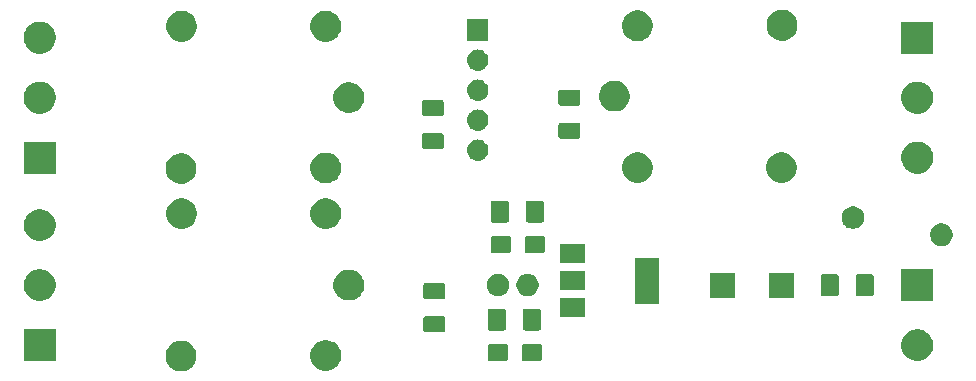
<source format=gbr>
G04 #@! TF.GenerationSoftware,KiCad,Pcbnew,(5.1.2)-2*
G04 #@! TF.CreationDate,2020-09-07T14:07:52+02:00*
G04 #@! TF.ProjectId,KernadouDomoRelay,4b65726e-6164-46f7-9544-6f6d6f52656c,0.1*
G04 #@! TF.SameCoordinates,Original*
G04 #@! TF.FileFunction,Soldermask,Bot*
G04 #@! TF.FilePolarity,Negative*
%FSLAX46Y46*%
G04 Gerber Fmt 4.6, Leading zero omitted, Abs format (unit mm)*
G04 Created by KiCad (PCBNEW (5.1.2)-2) date 2020-09-07 14:07:52*
%MOMM*%
%LPD*%
G04 APERTURE LIST*
%ADD10C,0.100000*%
G04 APERTURE END LIST*
D10*
G36*
X39646487Y-63803996D02*
G01*
X39883253Y-63902068D01*
X39883255Y-63902069D01*
X40096339Y-64044447D01*
X40277553Y-64225661D01*
X40300786Y-64260431D01*
X40419932Y-64438747D01*
X40518004Y-64675513D01*
X40568000Y-64926861D01*
X40568000Y-65183139D01*
X40518004Y-65434487D01*
X40440642Y-65621255D01*
X40419931Y-65671255D01*
X40277553Y-65884339D01*
X40096339Y-66065553D01*
X39883255Y-66207931D01*
X39883254Y-66207932D01*
X39883253Y-66207932D01*
X39646487Y-66306004D01*
X39395139Y-66356000D01*
X39138861Y-66356000D01*
X38887513Y-66306004D01*
X38650747Y-66207932D01*
X38650746Y-66207932D01*
X38650745Y-66207931D01*
X38437661Y-66065553D01*
X38256447Y-65884339D01*
X38114069Y-65671255D01*
X38093358Y-65621255D01*
X38015996Y-65434487D01*
X37966000Y-65183139D01*
X37966000Y-64926861D01*
X38015996Y-64675513D01*
X38114068Y-64438747D01*
X38233215Y-64260431D01*
X38256447Y-64225661D01*
X38437661Y-64044447D01*
X38650745Y-63902069D01*
X38650747Y-63902068D01*
X38887513Y-63803996D01*
X39138861Y-63754000D01*
X39395139Y-63754000D01*
X39646487Y-63803996D01*
X39646487Y-63803996D01*
G37*
G36*
X51896487Y-63753996D02*
G01*
X52133253Y-63852068D01*
X52133255Y-63852069D01*
X52208084Y-63902068D01*
X52346339Y-63994447D01*
X52527553Y-64175661D01*
X52669932Y-64388747D01*
X52768004Y-64625513D01*
X52818000Y-64876861D01*
X52818000Y-65133139D01*
X52768004Y-65384487D01*
X52669932Y-65621253D01*
X52669931Y-65621255D01*
X52527553Y-65834339D01*
X52346339Y-66015553D01*
X52133255Y-66157931D01*
X52133254Y-66157932D01*
X52133253Y-66157932D01*
X51896487Y-66256004D01*
X51645139Y-66306000D01*
X51388861Y-66306000D01*
X51137513Y-66256004D01*
X50900747Y-66157932D01*
X50900746Y-66157932D01*
X50900745Y-66157931D01*
X50687661Y-66015553D01*
X50506447Y-65834339D01*
X50364069Y-65621255D01*
X50364068Y-65621253D01*
X50265996Y-65384487D01*
X50216000Y-65133139D01*
X50216000Y-64876861D01*
X50265996Y-64625513D01*
X50364068Y-64388747D01*
X50506447Y-64175661D01*
X50687661Y-63994447D01*
X50825916Y-63902068D01*
X50900745Y-63852069D01*
X50900747Y-63852068D01*
X51137513Y-63753996D01*
X51388861Y-63704000D01*
X51645139Y-63704000D01*
X51896487Y-63753996D01*
X51896487Y-63753996D01*
G37*
G36*
X66771298Y-64048247D02*
G01*
X66806867Y-64059037D01*
X66839639Y-64076554D01*
X66868369Y-64100131D01*
X66891946Y-64128861D01*
X66909463Y-64161633D01*
X66920253Y-64197202D01*
X66924500Y-64240325D01*
X66924500Y-65299675D01*
X66920253Y-65342798D01*
X66909463Y-65378367D01*
X66891946Y-65411139D01*
X66868369Y-65439869D01*
X66839639Y-65463446D01*
X66806867Y-65480963D01*
X66771298Y-65491753D01*
X66728175Y-65496000D01*
X65443825Y-65496000D01*
X65400702Y-65491753D01*
X65365133Y-65480963D01*
X65332361Y-65463446D01*
X65303631Y-65439869D01*
X65280054Y-65411139D01*
X65262537Y-65378367D01*
X65251747Y-65342798D01*
X65247500Y-65299675D01*
X65247500Y-64240325D01*
X65251747Y-64197202D01*
X65262537Y-64161633D01*
X65280054Y-64128861D01*
X65303631Y-64100131D01*
X65332361Y-64076554D01*
X65365133Y-64059037D01*
X65400702Y-64048247D01*
X65443825Y-64044000D01*
X66728175Y-64044000D01*
X66771298Y-64048247D01*
X66771298Y-64048247D01*
G37*
G36*
X69646298Y-64048247D02*
G01*
X69681867Y-64059037D01*
X69714639Y-64076554D01*
X69743369Y-64100131D01*
X69766946Y-64128861D01*
X69784463Y-64161633D01*
X69795253Y-64197202D01*
X69799500Y-64240325D01*
X69799500Y-65299675D01*
X69795253Y-65342798D01*
X69784463Y-65378367D01*
X69766946Y-65411139D01*
X69743369Y-65439869D01*
X69714639Y-65463446D01*
X69681867Y-65480963D01*
X69646298Y-65491753D01*
X69603175Y-65496000D01*
X68318825Y-65496000D01*
X68275702Y-65491753D01*
X68240133Y-65480963D01*
X68207361Y-65463446D01*
X68178631Y-65439869D01*
X68155054Y-65411139D01*
X68137537Y-65378367D01*
X68126747Y-65342798D01*
X68122500Y-65299675D01*
X68122500Y-64240325D01*
X68126747Y-64197202D01*
X68137537Y-64161633D01*
X68155054Y-64128861D01*
X68178631Y-64100131D01*
X68207361Y-64076554D01*
X68240133Y-64059037D01*
X68275702Y-64048247D01*
X68318825Y-64044000D01*
X69603175Y-64044000D01*
X69646298Y-64048247D01*
X69646298Y-64048247D01*
G37*
G36*
X101994072Y-62835918D02*
G01*
X102141181Y-62896852D01*
X102239939Y-62937759D01*
X102351328Y-63012187D01*
X102461211Y-63085609D01*
X102649391Y-63273789D01*
X102797242Y-63495063D01*
X102899082Y-63740928D01*
X102951000Y-64001937D01*
X102951000Y-64268063D01*
X102899082Y-64529072D01*
X102797242Y-64774937D01*
X102649391Y-64996211D01*
X102461211Y-65184391D01*
X102351328Y-65257813D01*
X102239939Y-65332241D01*
X102239938Y-65332242D01*
X102239937Y-65332242D01*
X101994072Y-65434082D01*
X101733063Y-65486000D01*
X101466937Y-65486000D01*
X101205928Y-65434082D01*
X100960063Y-65332242D01*
X100960062Y-65332242D01*
X100960061Y-65332241D01*
X100848672Y-65257813D01*
X100738789Y-65184391D01*
X100550609Y-64996211D01*
X100402758Y-64774937D01*
X100300918Y-64529072D01*
X100249000Y-64268063D01*
X100249000Y-64001937D01*
X100300918Y-63740928D01*
X100402758Y-63495063D01*
X100550609Y-63273789D01*
X100738789Y-63085609D01*
X100848672Y-63012187D01*
X100960061Y-62937759D01*
X101058820Y-62896852D01*
X101205928Y-62835918D01*
X101466937Y-62784000D01*
X101733063Y-62784000D01*
X101994072Y-62835918D01*
X101994072Y-62835918D01*
G37*
G36*
X28656000Y-65486000D02*
G01*
X25954000Y-65486000D01*
X25954000Y-62784000D01*
X28656000Y-62784000D01*
X28656000Y-65486000D01*
X28656000Y-65486000D01*
G37*
G36*
X61474604Y-61685347D02*
G01*
X61511144Y-61696432D01*
X61544821Y-61714433D01*
X61574341Y-61738659D01*
X61598567Y-61768179D01*
X61616568Y-61801856D01*
X61627653Y-61838396D01*
X61632000Y-61882538D01*
X61632000Y-62831462D01*
X61627653Y-62875604D01*
X61616568Y-62912144D01*
X61598567Y-62945821D01*
X61574341Y-62975341D01*
X61544821Y-62999567D01*
X61511144Y-63017568D01*
X61474604Y-63028653D01*
X61430462Y-63033000D01*
X59981538Y-63033000D01*
X59937396Y-63028653D01*
X59900856Y-63017568D01*
X59867179Y-62999567D01*
X59837659Y-62975341D01*
X59813433Y-62945821D01*
X59795432Y-62912144D01*
X59784347Y-62875604D01*
X59780000Y-62831462D01*
X59780000Y-61882538D01*
X59784347Y-61838396D01*
X59795432Y-61801856D01*
X59813433Y-61768179D01*
X59837659Y-61738659D01*
X59867179Y-61714433D01*
X59900856Y-61696432D01*
X59937396Y-61685347D01*
X59981538Y-61681000D01*
X61430462Y-61681000D01*
X61474604Y-61685347D01*
X61474604Y-61685347D01*
G37*
G36*
X69574062Y-61054181D02*
G01*
X69608981Y-61064774D01*
X69641163Y-61081976D01*
X69669373Y-61105127D01*
X69692524Y-61133337D01*
X69709726Y-61165519D01*
X69720319Y-61200438D01*
X69724500Y-61242895D01*
X69724500Y-62709105D01*
X69720319Y-62751562D01*
X69709726Y-62786481D01*
X69692524Y-62818663D01*
X69669373Y-62846873D01*
X69641163Y-62870024D01*
X69608981Y-62887226D01*
X69574062Y-62897819D01*
X69531605Y-62902000D01*
X68390395Y-62902000D01*
X68347938Y-62897819D01*
X68313019Y-62887226D01*
X68280837Y-62870024D01*
X68252627Y-62846873D01*
X68229476Y-62818663D01*
X68212274Y-62786481D01*
X68201681Y-62751562D01*
X68197500Y-62709105D01*
X68197500Y-61242895D01*
X68201681Y-61200438D01*
X68212274Y-61165519D01*
X68229476Y-61133337D01*
X68252627Y-61105127D01*
X68280837Y-61081976D01*
X68313019Y-61064774D01*
X68347938Y-61054181D01*
X68390395Y-61050000D01*
X69531605Y-61050000D01*
X69574062Y-61054181D01*
X69574062Y-61054181D01*
G37*
G36*
X66599062Y-61054181D02*
G01*
X66633981Y-61064774D01*
X66666163Y-61081976D01*
X66694373Y-61105127D01*
X66717524Y-61133337D01*
X66734726Y-61165519D01*
X66745319Y-61200438D01*
X66749500Y-61242895D01*
X66749500Y-62709105D01*
X66745319Y-62751562D01*
X66734726Y-62786481D01*
X66717524Y-62818663D01*
X66694373Y-62846873D01*
X66666163Y-62870024D01*
X66633981Y-62887226D01*
X66599062Y-62897819D01*
X66556605Y-62902000D01*
X65415395Y-62902000D01*
X65372938Y-62897819D01*
X65338019Y-62887226D01*
X65305837Y-62870024D01*
X65277627Y-62846873D01*
X65254476Y-62818663D01*
X65237274Y-62786481D01*
X65226681Y-62751562D01*
X65222500Y-62709105D01*
X65222500Y-61242895D01*
X65226681Y-61200438D01*
X65237274Y-61165519D01*
X65254476Y-61133337D01*
X65277627Y-61105127D01*
X65305837Y-61081976D01*
X65338019Y-61064774D01*
X65372938Y-61054181D01*
X65415395Y-61050000D01*
X66556605Y-61050000D01*
X66599062Y-61054181D01*
X66599062Y-61054181D01*
G37*
G36*
X73466000Y-61775000D02*
G01*
X71364000Y-61775000D01*
X71364000Y-60173000D01*
X73466000Y-60173000D01*
X73466000Y-61775000D01*
X73466000Y-61775000D01*
G37*
G36*
X79766000Y-60625000D02*
G01*
X77664000Y-60625000D01*
X77664000Y-56723000D01*
X79766000Y-56723000D01*
X79766000Y-60625000D01*
X79766000Y-60625000D01*
G37*
G36*
X102951000Y-60406000D02*
G01*
X100249000Y-60406000D01*
X100249000Y-57704000D01*
X102951000Y-57704000D01*
X102951000Y-60406000D01*
X102951000Y-60406000D01*
G37*
G36*
X27699072Y-57755918D02*
G01*
X27815146Y-57803997D01*
X27944939Y-57857759D01*
X28011253Y-57902069D01*
X28166211Y-58005609D01*
X28354391Y-58193789D01*
X28375687Y-58225661D01*
X28490103Y-58396895D01*
X28502242Y-58415063D01*
X28604082Y-58660928D01*
X28656000Y-58921937D01*
X28656000Y-59188063D01*
X28628127Y-59328188D01*
X28604082Y-59449072D01*
X28502241Y-59694939D01*
X28455181Y-59765369D01*
X28354391Y-59916211D01*
X28166211Y-60104391D01*
X28153587Y-60112826D01*
X27944939Y-60252241D01*
X27944938Y-60252242D01*
X27944937Y-60252242D01*
X27699072Y-60354082D01*
X27438063Y-60406000D01*
X27171937Y-60406000D01*
X26910928Y-60354082D01*
X26665063Y-60252242D01*
X26665062Y-60252242D01*
X26665061Y-60252241D01*
X26456413Y-60112826D01*
X26443789Y-60104391D01*
X26255609Y-59916211D01*
X26154819Y-59765369D01*
X26107759Y-59694939D01*
X26005918Y-59449072D01*
X25981873Y-59328188D01*
X25954000Y-59188063D01*
X25954000Y-58921937D01*
X26005918Y-58660928D01*
X26107758Y-58415063D01*
X26119898Y-58396895D01*
X26234313Y-58225661D01*
X26255609Y-58193789D01*
X26443789Y-58005609D01*
X26598747Y-57902069D01*
X26665061Y-57857759D01*
X26794855Y-57803997D01*
X26910928Y-57755918D01*
X27171937Y-57704000D01*
X27438063Y-57704000D01*
X27699072Y-57755918D01*
X27699072Y-57755918D01*
G37*
G36*
X53846487Y-57803996D02*
G01*
X54083253Y-57902068D01*
X54083255Y-57902069D01*
X54296339Y-58044447D01*
X54477553Y-58225661D01*
X54591968Y-58396895D01*
X54619932Y-58438747D01*
X54718004Y-58675513D01*
X54768000Y-58926861D01*
X54768000Y-59183139D01*
X54718004Y-59434487D01*
X54619932Y-59671253D01*
X54619931Y-59671255D01*
X54477553Y-59884339D01*
X54296339Y-60065553D01*
X54083255Y-60207931D01*
X54083254Y-60207932D01*
X54083253Y-60207932D01*
X53846487Y-60306004D01*
X53595139Y-60356000D01*
X53338861Y-60356000D01*
X53087513Y-60306004D01*
X52850747Y-60207932D01*
X52850746Y-60207932D01*
X52850745Y-60207931D01*
X52637661Y-60065553D01*
X52456447Y-59884339D01*
X52314069Y-59671255D01*
X52314068Y-59671253D01*
X52215996Y-59434487D01*
X52166000Y-59183139D01*
X52166000Y-58926861D01*
X52215996Y-58675513D01*
X52314068Y-58438747D01*
X52342033Y-58396895D01*
X52456447Y-58225661D01*
X52637661Y-58044447D01*
X52850745Y-57902069D01*
X52850747Y-57902068D01*
X53087513Y-57803996D01*
X53338861Y-57754000D01*
X53595139Y-57754000D01*
X53846487Y-57803996D01*
X53846487Y-57803996D01*
G37*
G36*
X61474604Y-58885347D02*
G01*
X61511144Y-58896432D01*
X61544821Y-58914433D01*
X61574341Y-58938659D01*
X61598567Y-58968179D01*
X61616568Y-59001856D01*
X61627653Y-59038396D01*
X61632000Y-59082538D01*
X61632000Y-60031462D01*
X61627653Y-60075604D01*
X61616568Y-60112144D01*
X61598567Y-60145821D01*
X61574341Y-60175341D01*
X61544821Y-60199567D01*
X61511144Y-60217568D01*
X61474604Y-60228653D01*
X61430462Y-60233000D01*
X59981538Y-60233000D01*
X59937396Y-60228653D01*
X59900856Y-60217568D01*
X59867179Y-60199567D01*
X59837659Y-60175341D01*
X59813433Y-60145821D01*
X59795432Y-60112144D01*
X59784347Y-60075604D01*
X59780000Y-60031462D01*
X59780000Y-59082538D01*
X59784347Y-59038396D01*
X59795432Y-59001856D01*
X59813433Y-58968179D01*
X59837659Y-58938659D01*
X59867179Y-58914433D01*
X59900856Y-58896432D01*
X59937396Y-58885347D01*
X59981538Y-58881000D01*
X61430462Y-58881000D01*
X61474604Y-58885347D01*
X61474604Y-58885347D01*
G37*
G36*
X86142000Y-60105000D02*
G01*
X84040000Y-60105000D01*
X84040000Y-58003000D01*
X86142000Y-58003000D01*
X86142000Y-60105000D01*
X86142000Y-60105000D01*
G37*
G36*
X91142000Y-60105000D02*
G01*
X89040000Y-60105000D01*
X89040000Y-58003000D01*
X91142000Y-58003000D01*
X91142000Y-60105000D01*
X91142000Y-60105000D01*
G37*
G36*
X66365187Y-58150123D02*
G01*
X66503622Y-58207465D01*
X66536257Y-58220983D01*
X66543258Y-58225661D01*
X66690214Y-58323854D01*
X66821146Y-58454786D01*
X66924018Y-58608745D01*
X66994877Y-58779813D01*
X67031000Y-58961417D01*
X67031000Y-59146583D01*
X66994877Y-59328187D01*
X66924018Y-59499255D01*
X66821146Y-59653214D01*
X66690214Y-59784146D01*
X66643104Y-59815624D01*
X66536257Y-59887017D01*
X66536256Y-59887018D01*
X66536255Y-59887018D01*
X66365187Y-59957877D01*
X66183583Y-59994000D01*
X65998417Y-59994000D01*
X65816813Y-59957877D01*
X65645745Y-59887018D01*
X65645744Y-59887018D01*
X65645743Y-59887017D01*
X65538896Y-59815624D01*
X65491786Y-59784146D01*
X65360854Y-59653214D01*
X65257982Y-59499255D01*
X65187123Y-59328187D01*
X65151000Y-59146583D01*
X65151000Y-58961417D01*
X65187123Y-58779813D01*
X65257982Y-58608745D01*
X65360854Y-58454786D01*
X65491786Y-58323854D01*
X65638742Y-58225661D01*
X65645743Y-58220983D01*
X65678378Y-58207465D01*
X65816813Y-58150123D01*
X65998417Y-58114000D01*
X66183583Y-58114000D01*
X66365187Y-58150123D01*
X66365187Y-58150123D01*
G37*
G36*
X68865187Y-58150123D02*
G01*
X69003622Y-58207465D01*
X69036257Y-58220983D01*
X69043258Y-58225661D01*
X69190214Y-58323854D01*
X69321146Y-58454786D01*
X69424018Y-58608745D01*
X69494877Y-58779813D01*
X69531000Y-58961417D01*
X69531000Y-59146583D01*
X69494877Y-59328187D01*
X69424018Y-59499255D01*
X69321146Y-59653214D01*
X69190214Y-59784146D01*
X69143104Y-59815624D01*
X69036257Y-59887017D01*
X69036256Y-59887018D01*
X69036255Y-59887018D01*
X68865187Y-59957877D01*
X68683583Y-59994000D01*
X68498417Y-59994000D01*
X68316813Y-59957877D01*
X68145745Y-59887018D01*
X68145744Y-59887018D01*
X68145743Y-59887017D01*
X68038896Y-59815624D01*
X67991786Y-59784146D01*
X67860854Y-59653214D01*
X67757982Y-59499255D01*
X67687123Y-59328187D01*
X67651000Y-59146583D01*
X67651000Y-58961417D01*
X67687123Y-58779813D01*
X67757982Y-58608745D01*
X67860854Y-58454786D01*
X67991786Y-58323854D01*
X68138742Y-58225661D01*
X68145743Y-58220983D01*
X68178378Y-58207465D01*
X68316813Y-58150123D01*
X68498417Y-58114000D01*
X68683583Y-58114000D01*
X68865187Y-58150123D01*
X68865187Y-58150123D01*
G37*
G36*
X97768062Y-58133181D02*
G01*
X97802981Y-58143774D01*
X97835163Y-58160976D01*
X97863373Y-58184127D01*
X97886524Y-58212337D01*
X97903726Y-58244519D01*
X97914319Y-58279438D01*
X97918500Y-58321895D01*
X97918500Y-59788105D01*
X97914319Y-59830562D01*
X97903726Y-59865481D01*
X97886524Y-59897663D01*
X97863373Y-59925873D01*
X97835163Y-59949024D01*
X97802981Y-59966226D01*
X97768062Y-59976819D01*
X97725605Y-59981000D01*
X96584395Y-59981000D01*
X96541938Y-59976819D01*
X96507019Y-59966226D01*
X96474837Y-59949024D01*
X96446627Y-59925873D01*
X96423476Y-59897663D01*
X96406274Y-59865481D01*
X96395681Y-59830562D01*
X96391500Y-59788105D01*
X96391500Y-58321895D01*
X96395681Y-58279438D01*
X96406274Y-58244519D01*
X96423476Y-58212337D01*
X96446627Y-58184127D01*
X96474837Y-58160976D01*
X96507019Y-58143774D01*
X96541938Y-58133181D01*
X96584395Y-58129000D01*
X97725605Y-58129000D01*
X97768062Y-58133181D01*
X97768062Y-58133181D01*
G37*
G36*
X94793062Y-58133181D02*
G01*
X94827981Y-58143774D01*
X94860163Y-58160976D01*
X94888373Y-58184127D01*
X94911524Y-58212337D01*
X94928726Y-58244519D01*
X94939319Y-58279438D01*
X94943500Y-58321895D01*
X94943500Y-59788105D01*
X94939319Y-59830562D01*
X94928726Y-59865481D01*
X94911524Y-59897663D01*
X94888373Y-59925873D01*
X94860163Y-59949024D01*
X94827981Y-59966226D01*
X94793062Y-59976819D01*
X94750605Y-59981000D01*
X93609395Y-59981000D01*
X93566938Y-59976819D01*
X93532019Y-59966226D01*
X93499837Y-59949024D01*
X93471627Y-59925873D01*
X93448476Y-59897663D01*
X93431274Y-59865481D01*
X93420681Y-59830562D01*
X93416500Y-59788105D01*
X93416500Y-58321895D01*
X93420681Y-58279438D01*
X93431274Y-58244519D01*
X93448476Y-58212337D01*
X93471627Y-58184127D01*
X93499837Y-58160976D01*
X93532019Y-58143774D01*
X93566938Y-58133181D01*
X93609395Y-58129000D01*
X94750605Y-58129000D01*
X94793062Y-58133181D01*
X94793062Y-58133181D01*
G37*
G36*
X73466000Y-59475000D02*
G01*
X71364000Y-59475000D01*
X71364000Y-57873000D01*
X73466000Y-57873000D01*
X73466000Y-59475000D01*
X73466000Y-59475000D01*
G37*
G36*
X73466000Y-57175000D02*
G01*
X71364000Y-57175000D01*
X71364000Y-55573000D01*
X73466000Y-55573000D01*
X73466000Y-57175000D01*
X73466000Y-57175000D01*
G37*
G36*
X69900298Y-54904247D02*
G01*
X69935867Y-54915037D01*
X69968639Y-54932554D01*
X69997369Y-54956131D01*
X70020946Y-54984861D01*
X70038463Y-55017633D01*
X70049253Y-55053202D01*
X70053500Y-55096325D01*
X70053500Y-56155675D01*
X70049253Y-56198798D01*
X70038463Y-56234367D01*
X70020946Y-56267139D01*
X69997369Y-56295869D01*
X69968639Y-56319446D01*
X69935867Y-56336963D01*
X69900298Y-56347753D01*
X69857175Y-56352000D01*
X68572825Y-56352000D01*
X68529702Y-56347753D01*
X68494133Y-56336963D01*
X68461361Y-56319446D01*
X68432631Y-56295869D01*
X68409054Y-56267139D01*
X68391537Y-56234367D01*
X68380747Y-56198798D01*
X68376500Y-56155675D01*
X68376500Y-55096325D01*
X68380747Y-55053202D01*
X68391537Y-55017633D01*
X68409054Y-54984861D01*
X68432631Y-54956131D01*
X68461361Y-54932554D01*
X68494133Y-54915037D01*
X68529702Y-54904247D01*
X68572825Y-54900000D01*
X69857175Y-54900000D01*
X69900298Y-54904247D01*
X69900298Y-54904247D01*
G37*
G36*
X67025298Y-54904247D02*
G01*
X67060867Y-54915037D01*
X67093639Y-54932554D01*
X67122369Y-54956131D01*
X67145946Y-54984861D01*
X67163463Y-55017633D01*
X67174253Y-55053202D01*
X67178500Y-55096325D01*
X67178500Y-56155675D01*
X67174253Y-56198798D01*
X67163463Y-56234367D01*
X67145946Y-56267139D01*
X67122369Y-56295869D01*
X67093639Y-56319446D01*
X67060867Y-56336963D01*
X67025298Y-56347753D01*
X66982175Y-56352000D01*
X65697825Y-56352000D01*
X65654702Y-56347753D01*
X65619133Y-56336963D01*
X65586361Y-56319446D01*
X65557631Y-56295869D01*
X65534054Y-56267139D01*
X65516537Y-56234367D01*
X65505747Y-56198798D01*
X65501500Y-56155675D01*
X65501500Y-55096325D01*
X65505747Y-55053202D01*
X65516537Y-55017633D01*
X65534054Y-54984861D01*
X65557631Y-54956131D01*
X65586361Y-54932554D01*
X65619133Y-54915037D01*
X65654702Y-54904247D01*
X65697825Y-54900000D01*
X66982175Y-54900000D01*
X67025298Y-54904247D01*
X67025298Y-54904247D01*
G37*
G36*
X103916395Y-53875546D02*
G01*
X104089466Y-53947234D01*
X104089467Y-53947235D01*
X104245227Y-54051310D01*
X104377690Y-54183773D01*
X104377691Y-54183775D01*
X104481766Y-54339534D01*
X104553454Y-54512605D01*
X104590000Y-54696333D01*
X104590000Y-54883667D01*
X104553454Y-55067395D01*
X104481766Y-55240466D01*
X104481765Y-55240467D01*
X104377690Y-55396227D01*
X104245227Y-55528690D01*
X104178912Y-55573000D01*
X104089466Y-55632766D01*
X103916395Y-55704454D01*
X103732667Y-55741000D01*
X103545333Y-55741000D01*
X103361605Y-55704454D01*
X103188534Y-55632766D01*
X103099088Y-55573000D01*
X103032773Y-55528690D01*
X102900310Y-55396227D01*
X102796235Y-55240467D01*
X102796234Y-55240466D01*
X102724546Y-55067395D01*
X102688000Y-54883667D01*
X102688000Y-54696333D01*
X102724546Y-54512605D01*
X102796234Y-54339534D01*
X102900309Y-54183775D01*
X102900310Y-54183773D01*
X103032773Y-54051310D01*
X103188533Y-53947235D01*
X103188534Y-53947234D01*
X103361605Y-53875546D01*
X103545333Y-53839000D01*
X103732667Y-53839000D01*
X103916395Y-53875546D01*
X103916395Y-53875546D01*
G37*
G36*
X27699072Y-52675918D02*
G01*
X27944939Y-52777759D01*
X28056328Y-52852187D01*
X28166211Y-52925609D01*
X28354391Y-53113789D01*
X28502242Y-53335063D01*
X28604082Y-53580928D01*
X28656000Y-53841937D01*
X28656000Y-54108063D01*
X28616628Y-54306000D01*
X28604082Y-54369072D01*
X28502241Y-54614939D01*
X28427813Y-54726328D01*
X28354391Y-54836211D01*
X28166211Y-55024391D01*
X28058554Y-55096325D01*
X27944939Y-55172241D01*
X27944938Y-55172242D01*
X27944937Y-55172242D01*
X27699072Y-55274082D01*
X27438063Y-55326000D01*
X27171937Y-55326000D01*
X26910928Y-55274082D01*
X26665063Y-55172242D01*
X26665062Y-55172242D01*
X26665061Y-55172241D01*
X26551446Y-55096325D01*
X26443789Y-55024391D01*
X26255609Y-54836211D01*
X26182187Y-54726328D01*
X26107759Y-54614939D01*
X26005918Y-54369072D01*
X25993372Y-54306000D01*
X25954000Y-54108063D01*
X25954000Y-53841937D01*
X26005918Y-53580928D01*
X26107758Y-53335063D01*
X26255609Y-53113789D01*
X26443789Y-52925609D01*
X26553672Y-52852187D01*
X26665061Y-52777759D01*
X26910928Y-52675918D01*
X27171937Y-52624000D01*
X27438063Y-52624000D01*
X27699072Y-52675918D01*
X27699072Y-52675918D01*
G37*
G36*
X51896487Y-51753996D02*
G01*
X52133253Y-51852068D01*
X52133255Y-51852069D01*
X52220226Y-51910181D01*
X52346339Y-51994447D01*
X52527553Y-52175661D01*
X52669932Y-52388747D01*
X52768004Y-52625513D01*
X52818000Y-52876861D01*
X52818000Y-53133139D01*
X52768004Y-53384487D01*
X52669932Y-53621253D01*
X52669931Y-53621255D01*
X52527553Y-53834339D01*
X52346339Y-54015553D01*
X52133255Y-54157931D01*
X52133254Y-54157932D01*
X52133253Y-54157932D01*
X51896487Y-54256004D01*
X51645139Y-54306000D01*
X51388861Y-54306000D01*
X51137513Y-54256004D01*
X50900747Y-54157932D01*
X50900746Y-54157932D01*
X50900745Y-54157931D01*
X50687661Y-54015553D01*
X50506447Y-53834339D01*
X50364069Y-53621255D01*
X50364068Y-53621253D01*
X50265996Y-53384487D01*
X50216000Y-53133139D01*
X50216000Y-52876861D01*
X50265996Y-52625513D01*
X50364068Y-52388747D01*
X50506447Y-52175661D01*
X50687661Y-51994447D01*
X50813774Y-51910181D01*
X50900745Y-51852069D01*
X50900747Y-51852068D01*
X51137513Y-51753996D01*
X51388861Y-51704000D01*
X51645139Y-51704000D01*
X51896487Y-51753996D01*
X51896487Y-51753996D01*
G37*
G36*
X39696487Y-51753996D02*
G01*
X39933253Y-51852068D01*
X39933255Y-51852069D01*
X40020226Y-51910181D01*
X40146339Y-51994447D01*
X40327553Y-52175661D01*
X40469932Y-52388747D01*
X40568004Y-52625513D01*
X40618000Y-52876861D01*
X40618000Y-53133139D01*
X40568004Y-53384487D01*
X40469932Y-53621253D01*
X40469931Y-53621255D01*
X40327553Y-53834339D01*
X40146339Y-54015553D01*
X39933255Y-54157931D01*
X39933254Y-54157932D01*
X39933253Y-54157932D01*
X39696487Y-54256004D01*
X39445139Y-54306000D01*
X39188861Y-54306000D01*
X38937513Y-54256004D01*
X38700747Y-54157932D01*
X38700746Y-54157932D01*
X38700745Y-54157931D01*
X38487661Y-54015553D01*
X38306447Y-53834339D01*
X38164069Y-53621255D01*
X38164068Y-53621253D01*
X38065996Y-53384487D01*
X38016000Y-53133139D01*
X38016000Y-52876861D01*
X38065996Y-52625513D01*
X38164068Y-52388747D01*
X38306447Y-52175661D01*
X38487661Y-51994447D01*
X38613774Y-51910181D01*
X38700745Y-51852069D01*
X38700747Y-51852068D01*
X38937513Y-51753996D01*
X39188861Y-51704000D01*
X39445139Y-51704000D01*
X39696487Y-51753996D01*
X39696487Y-51753996D01*
G37*
G36*
X96416395Y-52425546D02*
G01*
X96589466Y-52497234D01*
X96589467Y-52497235D01*
X96745227Y-52601310D01*
X96877690Y-52733773D01*
X96877691Y-52733775D01*
X96981766Y-52889534D01*
X97053454Y-53062605D01*
X97090000Y-53246333D01*
X97090000Y-53433667D01*
X97053454Y-53617395D01*
X96981766Y-53790466D01*
X96947374Y-53841937D01*
X96877690Y-53946227D01*
X96745227Y-54078690D01*
X96701268Y-54108062D01*
X96589466Y-54182766D01*
X96416395Y-54254454D01*
X96232667Y-54291000D01*
X96045333Y-54291000D01*
X95861605Y-54254454D01*
X95688534Y-54182766D01*
X95576732Y-54108062D01*
X95532773Y-54078690D01*
X95400310Y-53946227D01*
X95330626Y-53841937D01*
X95296234Y-53790466D01*
X95224546Y-53617395D01*
X95188000Y-53433667D01*
X95188000Y-53246333D01*
X95224546Y-53062605D01*
X95296234Y-52889534D01*
X95400309Y-52733775D01*
X95400310Y-52733773D01*
X95532773Y-52601310D01*
X95688533Y-52497235D01*
X95688534Y-52497234D01*
X95861605Y-52425546D01*
X96045333Y-52389000D01*
X96232667Y-52389000D01*
X96416395Y-52425546D01*
X96416395Y-52425546D01*
G37*
G36*
X69828062Y-51910181D02*
G01*
X69862981Y-51920774D01*
X69895163Y-51937976D01*
X69923373Y-51961127D01*
X69946524Y-51989337D01*
X69963726Y-52021519D01*
X69974319Y-52056438D01*
X69978500Y-52098895D01*
X69978500Y-53565105D01*
X69974319Y-53607562D01*
X69963726Y-53642481D01*
X69946524Y-53674663D01*
X69923373Y-53702873D01*
X69895163Y-53726024D01*
X69862981Y-53743226D01*
X69828062Y-53753819D01*
X69785605Y-53758000D01*
X68644395Y-53758000D01*
X68601938Y-53753819D01*
X68567019Y-53743226D01*
X68534837Y-53726024D01*
X68506627Y-53702873D01*
X68483476Y-53674663D01*
X68466274Y-53642481D01*
X68455681Y-53607562D01*
X68451500Y-53565105D01*
X68451500Y-52098895D01*
X68455681Y-52056438D01*
X68466274Y-52021519D01*
X68483476Y-51989337D01*
X68506627Y-51961127D01*
X68534837Y-51937976D01*
X68567019Y-51920774D01*
X68601938Y-51910181D01*
X68644395Y-51906000D01*
X69785605Y-51906000D01*
X69828062Y-51910181D01*
X69828062Y-51910181D01*
G37*
G36*
X66853062Y-51910181D02*
G01*
X66887981Y-51920774D01*
X66920163Y-51937976D01*
X66948373Y-51961127D01*
X66971524Y-51989337D01*
X66988726Y-52021519D01*
X66999319Y-52056438D01*
X67003500Y-52098895D01*
X67003500Y-53565105D01*
X66999319Y-53607562D01*
X66988726Y-53642481D01*
X66971524Y-53674663D01*
X66948373Y-53702873D01*
X66920163Y-53726024D01*
X66887981Y-53743226D01*
X66853062Y-53753819D01*
X66810605Y-53758000D01*
X65669395Y-53758000D01*
X65626938Y-53753819D01*
X65592019Y-53743226D01*
X65559837Y-53726024D01*
X65531627Y-53702873D01*
X65508476Y-53674663D01*
X65491274Y-53642481D01*
X65480681Y-53607562D01*
X65476500Y-53565105D01*
X65476500Y-52098895D01*
X65480681Y-52056438D01*
X65491274Y-52021519D01*
X65508476Y-51989337D01*
X65531627Y-51961127D01*
X65559837Y-51937976D01*
X65592019Y-51920774D01*
X65626938Y-51910181D01*
X65669395Y-51906000D01*
X66810605Y-51906000D01*
X66853062Y-51910181D01*
X66853062Y-51910181D01*
G37*
G36*
X39646487Y-47928996D02*
G01*
X39883253Y-48027068D01*
X39883255Y-48027069D01*
X40096339Y-48169447D01*
X40277553Y-48350661D01*
X40394711Y-48526000D01*
X40419932Y-48563747D01*
X40518004Y-48800513D01*
X40568000Y-49051861D01*
X40568000Y-49308139D01*
X40518004Y-49559487D01*
X40440642Y-49746255D01*
X40419931Y-49796255D01*
X40277553Y-50009339D01*
X40096339Y-50190553D01*
X39883255Y-50332931D01*
X39883254Y-50332932D01*
X39883253Y-50332932D01*
X39646487Y-50431004D01*
X39395139Y-50481000D01*
X39138861Y-50481000D01*
X38887513Y-50431004D01*
X38650747Y-50332932D01*
X38650746Y-50332932D01*
X38650745Y-50332931D01*
X38437661Y-50190553D01*
X38256447Y-50009339D01*
X38114069Y-49796255D01*
X38093358Y-49746255D01*
X38015996Y-49559487D01*
X37966000Y-49308139D01*
X37966000Y-49051861D01*
X38015996Y-48800513D01*
X38114068Y-48563747D01*
X38139290Y-48526000D01*
X38256447Y-48350661D01*
X38437661Y-48169447D01*
X38650745Y-48027069D01*
X38650747Y-48027068D01*
X38887513Y-47928996D01*
X39138861Y-47879000D01*
X39395139Y-47879000D01*
X39646487Y-47928996D01*
X39646487Y-47928996D01*
G37*
G36*
X51896487Y-47878996D02*
G01*
X52119733Y-47971468D01*
X52133255Y-47977069D01*
X52346339Y-48119447D01*
X52527553Y-48300661D01*
X52651892Y-48486747D01*
X52669932Y-48513747D01*
X52768004Y-48750513D01*
X52818000Y-49001861D01*
X52818000Y-49258139D01*
X52768004Y-49509487D01*
X52681116Y-49719253D01*
X52669931Y-49746255D01*
X52527553Y-49959339D01*
X52346339Y-50140553D01*
X52133255Y-50282931D01*
X52133254Y-50282932D01*
X52133253Y-50282932D01*
X51896487Y-50381004D01*
X51645139Y-50431000D01*
X51388861Y-50431000D01*
X51137513Y-50381004D01*
X50900747Y-50282932D01*
X50900746Y-50282932D01*
X50900745Y-50282931D01*
X50687661Y-50140553D01*
X50506447Y-49959339D01*
X50364069Y-49746255D01*
X50352884Y-49719253D01*
X50265996Y-49509487D01*
X50216000Y-49258139D01*
X50216000Y-49001861D01*
X50265996Y-48750513D01*
X50364068Y-48513747D01*
X50382109Y-48486747D01*
X50506447Y-48300661D01*
X50687661Y-48119447D01*
X50900745Y-47977069D01*
X50914267Y-47971468D01*
X51137513Y-47878996D01*
X51388861Y-47829000D01*
X51645139Y-47829000D01*
X51896487Y-47878996D01*
X51896487Y-47878996D01*
G37*
G36*
X78275487Y-47851996D02*
G01*
X78461383Y-47928997D01*
X78512255Y-47950069D01*
X78725339Y-48092447D01*
X78906553Y-48273661D01*
X79032025Y-48461443D01*
X79048932Y-48486747D01*
X79147004Y-48723513D01*
X79197000Y-48974861D01*
X79197000Y-49231139D01*
X79147004Y-49482487D01*
X79115277Y-49559082D01*
X79048931Y-49719255D01*
X78906553Y-49932339D01*
X78725339Y-50113553D01*
X78512255Y-50255931D01*
X78512254Y-50255932D01*
X78512253Y-50255932D01*
X78275487Y-50354004D01*
X78024139Y-50404000D01*
X77767861Y-50404000D01*
X77516513Y-50354004D01*
X77279747Y-50255932D01*
X77279746Y-50255932D01*
X77279745Y-50255931D01*
X77066661Y-50113553D01*
X76885447Y-49932339D01*
X76743069Y-49719255D01*
X76676723Y-49559082D01*
X76644996Y-49482487D01*
X76595000Y-49231139D01*
X76595000Y-48974861D01*
X76644996Y-48723513D01*
X76743068Y-48486747D01*
X76759976Y-48461443D01*
X76885447Y-48273661D01*
X77066661Y-48092447D01*
X77279745Y-47950069D01*
X77330617Y-47928997D01*
X77516513Y-47851996D01*
X77767861Y-47802000D01*
X78024139Y-47802000D01*
X78275487Y-47851996D01*
X78275487Y-47851996D01*
G37*
G36*
X90475487Y-47851996D02*
G01*
X90661383Y-47928997D01*
X90712255Y-47950069D01*
X90925339Y-48092447D01*
X91106553Y-48273661D01*
X91232025Y-48461443D01*
X91248932Y-48486747D01*
X91347004Y-48723513D01*
X91397000Y-48974861D01*
X91397000Y-49231139D01*
X91347004Y-49482487D01*
X91315277Y-49559082D01*
X91248931Y-49719255D01*
X91106553Y-49932339D01*
X90925339Y-50113553D01*
X90712255Y-50255931D01*
X90712254Y-50255932D01*
X90712253Y-50255932D01*
X90475487Y-50354004D01*
X90224139Y-50404000D01*
X89967861Y-50404000D01*
X89716513Y-50354004D01*
X89479747Y-50255932D01*
X89479746Y-50255932D01*
X89479745Y-50255931D01*
X89266661Y-50113553D01*
X89085447Y-49932339D01*
X88943069Y-49719255D01*
X88876723Y-49559082D01*
X88844996Y-49482487D01*
X88795000Y-49231139D01*
X88795000Y-48974861D01*
X88844996Y-48723513D01*
X88943068Y-48486747D01*
X88959976Y-48461443D01*
X89085447Y-48273661D01*
X89266661Y-48092447D01*
X89479745Y-47950069D01*
X89530617Y-47928997D01*
X89716513Y-47851996D01*
X89967861Y-47802000D01*
X90224139Y-47802000D01*
X90475487Y-47851996D01*
X90475487Y-47851996D01*
G37*
G36*
X101994072Y-46960918D02*
G01*
X102239939Y-47062759D01*
X102461212Y-47210610D01*
X102649390Y-47398788D01*
X102734771Y-47526568D01*
X102797242Y-47620063D01*
X102899082Y-47865928D01*
X102951000Y-48126937D01*
X102951000Y-48393063D01*
X102899082Y-48654072D01*
X102838425Y-48800513D01*
X102797241Y-48899939D01*
X102649390Y-49121212D01*
X102461212Y-49309390D01*
X102239939Y-49457241D01*
X102239938Y-49457242D01*
X102239937Y-49457242D01*
X101994072Y-49559082D01*
X101733063Y-49611000D01*
X101466937Y-49611000D01*
X101205928Y-49559082D01*
X100960063Y-49457242D01*
X100960062Y-49457242D01*
X100960061Y-49457241D01*
X100738788Y-49309390D01*
X100550610Y-49121212D01*
X100402759Y-48899939D01*
X100361576Y-48800513D01*
X100300918Y-48654072D01*
X100249000Y-48393063D01*
X100249000Y-48126937D01*
X100300918Y-47865928D01*
X100402758Y-47620063D01*
X100465230Y-47526568D01*
X100550610Y-47398788D01*
X100738788Y-47210610D01*
X100960061Y-47062759D01*
X101205928Y-46960918D01*
X101466937Y-46909000D01*
X101733063Y-46909000D01*
X101994072Y-46960918D01*
X101994072Y-46960918D01*
G37*
G36*
X28656000Y-49611000D02*
G01*
X25954000Y-49611000D01*
X25954000Y-46909000D01*
X28656000Y-46909000D01*
X28656000Y-49611000D01*
X28656000Y-49611000D01*
G37*
G36*
X64499442Y-46730518D02*
G01*
X64565627Y-46737037D01*
X64735466Y-46788557D01*
X64891991Y-46872222D01*
X64927729Y-46901552D01*
X65029186Y-46984814D01*
X65112448Y-47086271D01*
X65141778Y-47122009D01*
X65225443Y-47278534D01*
X65276963Y-47448373D01*
X65294359Y-47625000D01*
X65276963Y-47801627D01*
X65225443Y-47971466D01*
X65141778Y-48127991D01*
X65112448Y-48163729D01*
X65029186Y-48265186D01*
X64927729Y-48348448D01*
X64891991Y-48377778D01*
X64735466Y-48461443D01*
X64565627Y-48512963D01*
X64499442Y-48519482D01*
X64433260Y-48526000D01*
X64344740Y-48526000D01*
X64278557Y-48519481D01*
X64212373Y-48512963D01*
X64042534Y-48461443D01*
X63886009Y-48377778D01*
X63850271Y-48348448D01*
X63748814Y-48265186D01*
X63665552Y-48163729D01*
X63636222Y-48127991D01*
X63552557Y-47971466D01*
X63501037Y-47801627D01*
X63483641Y-47625000D01*
X63501037Y-47448373D01*
X63552557Y-47278534D01*
X63636222Y-47122009D01*
X63665552Y-47086271D01*
X63748814Y-46984814D01*
X63850271Y-46901552D01*
X63886009Y-46872222D01*
X64042534Y-46788557D01*
X64212373Y-46737037D01*
X64278558Y-46730518D01*
X64344740Y-46724000D01*
X64433260Y-46724000D01*
X64499442Y-46730518D01*
X64499442Y-46730518D01*
G37*
G36*
X61347604Y-46194347D02*
G01*
X61384144Y-46205432D01*
X61417821Y-46223433D01*
X61447341Y-46247659D01*
X61471567Y-46277179D01*
X61489568Y-46310856D01*
X61500653Y-46347396D01*
X61505000Y-46391538D01*
X61505000Y-47340462D01*
X61500653Y-47384604D01*
X61489568Y-47421144D01*
X61471567Y-47454821D01*
X61447341Y-47484341D01*
X61417821Y-47508567D01*
X61384144Y-47526568D01*
X61347604Y-47537653D01*
X61303462Y-47542000D01*
X59854538Y-47542000D01*
X59810396Y-47537653D01*
X59773856Y-47526568D01*
X59740179Y-47508567D01*
X59710659Y-47484341D01*
X59686433Y-47454821D01*
X59668432Y-47421144D01*
X59657347Y-47384604D01*
X59653000Y-47340462D01*
X59653000Y-46391538D01*
X59657347Y-46347396D01*
X59668432Y-46310856D01*
X59686433Y-46277179D01*
X59710659Y-46247659D01*
X59740179Y-46223433D01*
X59773856Y-46205432D01*
X59810396Y-46194347D01*
X59854538Y-46190000D01*
X61303462Y-46190000D01*
X61347604Y-46194347D01*
X61347604Y-46194347D01*
G37*
G36*
X72904604Y-45305347D02*
G01*
X72941144Y-45316432D01*
X72974821Y-45334433D01*
X73004341Y-45358659D01*
X73028567Y-45388179D01*
X73046568Y-45421856D01*
X73057653Y-45458396D01*
X73062000Y-45502538D01*
X73062000Y-46451462D01*
X73057653Y-46495604D01*
X73046568Y-46532144D01*
X73028567Y-46565821D01*
X73004341Y-46595341D01*
X72974821Y-46619567D01*
X72941144Y-46637568D01*
X72904604Y-46648653D01*
X72860462Y-46653000D01*
X71411538Y-46653000D01*
X71367396Y-46648653D01*
X71330856Y-46637568D01*
X71297179Y-46619567D01*
X71267659Y-46595341D01*
X71243433Y-46565821D01*
X71225432Y-46532144D01*
X71214347Y-46495604D01*
X71210000Y-46451462D01*
X71210000Y-45502538D01*
X71214347Y-45458396D01*
X71225432Y-45421856D01*
X71243433Y-45388179D01*
X71267659Y-45358659D01*
X71297179Y-45334433D01*
X71330856Y-45316432D01*
X71367396Y-45305347D01*
X71411538Y-45301000D01*
X72860462Y-45301000D01*
X72904604Y-45305347D01*
X72904604Y-45305347D01*
G37*
G36*
X64499442Y-44190518D02*
G01*
X64565627Y-44197037D01*
X64735466Y-44248557D01*
X64891991Y-44332222D01*
X64918527Y-44354000D01*
X65029186Y-44444814D01*
X65094460Y-44524352D01*
X65141778Y-44582009D01*
X65225443Y-44738534D01*
X65276963Y-44908373D01*
X65294359Y-45085000D01*
X65276963Y-45261627D01*
X65225443Y-45431466D01*
X65141778Y-45587991D01*
X65112448Y-45623729D01*
X65029186Y-45725186D01*
X64927729Y-45808448D01*
X64891991Y-45837778D01*
X64735466Y-45921443D01*
X64565627Y-45972963D01*
X64499442Y-45979482D01*
X64433260Y-45986000D01*
X64344740Y-45986000D01*
X64278558Y-45979482D01*
X64212373Y-45972963D01*
X64042534Y-45921443D01*
X63886009Y-45837778D01*
X63850271Y-45808448D01*
X63748814Y-45725186D01*
X63665552Y-45623729D01*
X63636222Y-45587991D01*
X63552557Y-45431466D01*
X63501037Y-45261627D01*
X63483641Y-45085000D01*
X63501037Y-44908373D01*
X63552557Y-44738534D01*
X63636222Y-44582009D01*
X63683540Y-44524352D01*
X63748814Y-44444814D01*
X63859473Y-44354000D01*
X63886009Y-44332222D01*
X64042534Y-44248557D01*
X64212373Y-44197037D01*
X64278558Y-44190518D01*
X64344740Y-44184000D01*
X64433260Y-44184000D01*
X64499442Y-44190518D01*
X64499442Y-44190518D01*
G37*
G36*
X61347604Y-43394347D02*
G01*
X61384144Y-43405432D01*
X61417821Y-43423433D01*
X61447341Y-43447659D01*
X61471567Y-43477179D01*
X61489568Y-43510856D01*
X61500653Y-43547396D01*
X61505000Y-43591538D01*
X61505000Y-44540462D01*
X61500653Y-44584604D01*
X61489568Y-44621144D01*
X61471567Y-44654821D01*
X61447341Y-44684341D01*
X61417821Y-44708567D01*
X61384144Y-44726568D01*
X61347604Y-44737653D01*
X61303462Y-44742000D01*
X59854538Y-44742000D01*
X59810396Y-44737653D01*
X59773856Y-44726568D01*
X59740179Y-44708567D01*
X59710659Y-44684341D01*
X59686433Y-44654821D01*
X59668432Y-44621144D01*
X59657347Y-44584604D01*
X59653000Y-44540462D01*
X59653000Y-43591538D01*
X59657347Y-43547396D01*
X59668432Y-43510856D01*
X59686433Y-43477179D01*
X59710659Y-43447659D01*
X59740179Y-43423433D01*
X59773856Y-43405432D01*
X59810396Y-43394347D01*
X59854538Y-43390000D01*
X61303462Y-43390000D01*
X61347604Y-43394347D01*
X61347604Y-43394347D01*
G37*
G36*
X101994072Y-41880918D02*
G01*
X102110146Y-41928997D01*
X102239939Y-41982759D01*
X102461212Y-42130610D01*
X102649390Y-42318788D01*
X102774046Y-42505347D01*
X102797242Y-42540063D01*
X102899082Y-42785928D01*
X102951000Y-43046937D01*
X102951000Y-43313063D01*
X102899082Y-43574072D01*
X102816352Y-43773802D01*
X102797241Y-43819939D01*
X102778622Y-43847804D01*
X102649391Y-44041211D01*
X102461211Y-44229391D01*
X102351328Y-44302813D01*
X102239939Y-44377241D01*
X102239938Y-44377242D01*
X102239937Y-44377242D01*
X101994072Y-44479082D01*
X101733063Y-44531000D01*
X101466937Y-44531000D01*
X101205928Y-44479082D01*
X100960063Y-44377242D01*
X100960062Y-44377242D01*
X100960061Y-44377241D01*
X100848672Y-44302813D01*
X100738789Y-44229391D01*
X100550609Y-44041211D01*
X100421378Y-43847804D01*
X100402759Y-43819939D01*
X100383649Y-43773802D01*
X100300918Y-43574072D01*
X100249000Y-43313063D01*
X100249000Y-43046937D01*
X100300918Y-42785928D01*
X100402758Y-42540063D01*
X100425955Y-42505347D01*
X100550610Y-42318788D01*
X100738788Y-42130610D01*
X100960061Y-41982759D01*
X101089855Y-41928997D01*
X101205928Y-41880918D01*
X101466937Y-41829000D01*
X101733063Y-41829000D01*
X101994072Y-41880918D01*
X101994072Y-41880918D01*
G37*
G36*
X27699072Y-41880918D02*
G01*
X27815146Y-41928997D01*
X27944939Y-41982759D01*
X28166212Y-42130610D01*
X28354390Y-42318788D01*
X28479046Y-42505347D01*
X28502242Y-42540063D01*
X28604082Y-42785928D01*
X28656000Y-43046937D01*
X28656000Y-43313063D01*
X28604082Y-43574072D01*
X28521352Y-43773802D01*
X28502241Y-43819939D01*
X28483622Y-43847804D01*
X28354391Y-44041211D01*
X28166211Y-44229391D01*
X28056328Y-44302813D01*
X27944939Y-44377241D01*
X27944938Y-44377242D01*
X27944937Y-44377242D01*
X27699072Y-44479082D01*
X27438063Y-44531000D01*
X27171937Y-44531000D01*
X26910928Y-44479082D01*
X26665063Y-44377242D01*
X26665062Y-44377242D01*
X26665061Y-44377241D01*
X26553672Y-44302813D01*
X26443789Y-44229391D01*
X26255609Y-44041211D01*
X26126378Y-43847804D01*
X26107759Y-43819939D01*
X26088649Y-43773802D01*
X26005918Y-43574072D01*
X25954000Y-43313063D01*
X25954000Y-43046937D01*
X26005918Y-42785928D01*
X26107758Y-42540063D01*
X26130955Y-42505347D01*
X26255610Y-42318788D01*
X26443788Y-42130610D01*
X26665061Y-41982759D01*
X26794855Y-41928997D01*
X26910928Y-41880918D01*
X27171937Y-41829000D01*
X27438063Y-41829000D01*
X27699072Y-41880918D01*
X27699072Y-41880918D01*
G37*
G36*
X53846487Y-41928996D02*
G01*
X54083253Y-42027068D01*
X54083255Y-42027069D01*
X54296339Y-42169447D01*
X54477553Y-42350661D01*
X54616533Y-42558659D01*
X54619932Y-42563747D01*
X54718004Y-42800513D01*
X54768000Y-43051861D01*
X54768000Y-43308139D01*
X54718004Y-43559487D01*
X54620310Y-43795341D01*
X54619931Y-43796255D01*
X54477553Y-44009339D01*
X54296339Y-44190553D01*
X54083255Y-44332931D01*
X54083254Y-44332932D01*
X54083253Y-44332932D01*
X53846487Y-44431004D01*
X53595139Y-44481000D01*
X53338861Y-44481000D01*
X53087513Y-44431004D01*
X52850747Y-44332932D01*
X52850746Y-44332932D01*
X52850745Y-44332931D01*
X52637661Y-44190553D01*
X52456447Y-44009339D01*
X52314069Y-43796255D01*
X52313690Y-43795341D01*
X52215996Y-43559487D01*
X52166000Y-43308139D01*
X52166000Y-43051861D01*
X52215996Y-42800513D01*
X52314068Y-42563747D01*
X52317468Y-42558659D01*
X52456447Y-42350661D01*
X52637661Y-42169447D01*
X52850745Y-42027069D01*
X52850747Y-42027068D01*
X53087513Y-41928996D01*
X53338861Y-41879000D01*
X53595139Y-41879000D01*
X53846487Y-41928996D01*
X53846487Y-41928996D01*
G37*
G36*
X76325487Y-41801996D02*
G01*
X76562253Y-41900068D01*
X76562255Y-41900069D01*
X76775339Y-42042447D01*
X76956553Y-42223661D01*
X77053248Y-42368375D01*
X77098932Y-42436747D01*
X77197004Y-42673513D01*
X77247000Y-42924861D01*
X77247000Y-43181139D01*
X77197004Y-43432487D01*
X77112974Y-43635352D01*
X77098931Y-43669255D01*
X76956553Y-43882339D01*
X76775339Y-44063553D01*
X76562255Y-44205931D01*
X76562254Y-44205932D01*
X76562253Y-44205932D01*
X76325487Y-44304004D01*
X76074139Y-44354000D01*
X75817861Y-44354000D01*
X75566513Y-44304004D01*
X75329747Y-44205932D01*
X75329746Y-44205932D01*
X75329745Y-44205931D01*
X75116661Y-44063553D01*
X74935447Y-43882339D01*
X74793069Y-43669255D01*
X74779026Y-43635352D01*
X74694996Y-43432487D01*
X74645000Y-43181139D01*
X74645000Y-42924861D01*
X74694996Y-42673513D01*
X74793068Y-42436747D01*
X74838753Y-42368375D01*
X74935447Y-42223661D01*
X75116661Y-42042447D01*
X75329745Y-41900069D01*
X75329747Y-41900068D01*
X75566513Y-41801996D01*
X75817861Y-41752000D01*
X76074139Y-41752000D01*
X76325487Y-41801996D01*
X76325487Y-41801996D01*
G37*
G36*
X72904604Y-42505347D02*
G01*
X72941144Y-42516432D01*
X72974821Y-42534433D01*
X73004341Y-42558659D01*
X73028567Y-42588179D01*
X73046568Y-42621856D01*
X73057653Y-42658396D01*
X73062000Y-42702538D01*
X73062000Y-43651462D01*
X73057653Y-43695604D01*
X73046568Y-43732144D01*
X73028567Y-43765821D01*
X73004341Y-43795341D01*
X72974821Y-43819567D01*
X72941144Y-43837568D01*
X72904604Y-43848653D01*
X72860462Y-43853000D01*
X71411538Y-43853000D01*
X71367396Y-43848653D01*
X71330856Y-43837568D01*
X71297179Y-43819567D01*
X71267659Y-43795341D01*
X71243433Y-43765821D01*
X71225432Y-43732144D01*
X71214347Y-43695604D01*
X71210000Y-43651462D01*
X71210000Y-42702538D01*
X71214347Y-42658396D01*
X71225432Y-42621856D01*
X71243433Y-42588179D01*
X71267659Y-42558659D01*
X71297179Y-42534433D01*
X71330856Y-42516432D01*
X71367396Y-42505347D01*
X71411538Y-42501000D01*
X72860462Y-42501000D01*
X72904604Y-42505347D01*
X72904604Y-42505347D01*
G37*
G36*
X64499443Y-41650519D02*
G01*
X64565627Y-41657037D01*
X64735466Y-41708557D01*
X64891991Y-41792222D01*
X64927729Y-41821552D01*
X65029186Y-41904814D01*
X65112448Y-42006271D01*
X65141778Y-42042009D01*
X65225443Y-42198534D01*
X65276963Y-42368373D01*
X65294359Y-42545000D01*
X65276963Y-42721627D01*
X65225443Y-42891466D01*
X65141778Y-43047991D01*
X65138600Y-43051863D01*
X65029186Y-43185186D01*
X64927729Y-43268448D01*
X64891991Y-43297778D01*
X64735466Y-43381443D01*
X64565627Y-43432963D01*
X64499442Y-43439482D01*
X64433260Y-43446000D01*
X64344740Y-43446000D01*
X64278558Y-43439482D01*
X64212373Y-43432963D01*
X64042534Y-43381443D01*
X63886009Y-43297778D01*
X63850271Y-43268448D01*
X63748814Y-43185186D01*
X63639400Y-43051863D01*
X63636222Y-43047991D01*
X63552557Y-42891466D01*
X63501037Y-42721627D01*
X63483641Y-42545000D01*
X63501037Y-42368373D01*
X63552557Y-42198534D01*
X63636222Y-42042009D01*
X63665552Y-42006271D01*
X63748814Y-41904814D01*
X63850271Y-41821552D01*
X63886009Y-41792222D01*
X64042534Y-41708557D01*
X64212373Y-41657037D01*
X64278557Y-41650519D01*
X64344740Y-41644000D01*
X64433260Y-41644000D01*
X64499443Y-41650519D01*
X64499443Y-41650519D01*
G37*
G36*
X64499442Y-39110518D02*
G01*
X64565627Y-39117037D01*
X64735466Y-39168557D01*
X64891991Y-39252222D01*
X64927729Y-39281552D01*
X65029186Y-39364814D01*
X65099916Y-39451000D01*
X65141778Y-39502009D01*
X65225443Y-39658534D01*
X65276963Y-39828373D01*
X65294359Y-40005000D01*
X65276963Y-40181627D01*
X65225443Y-40351466D01*
X65141778Y-40507991D01*
X65112448Y-40543729D01*
X65029186Y-40645186D01*
X64927729Y-40728448D01*
X64891991Y-40757778D01*
X64735466Y-40841443D01*
X64565627Y-40892963D01*
X64499442Y-40899482D01*
X64433260Y-40906000D01*
X64344740Y-40906000D01*
X64278558Y-40899482D01*
X64212373Y-40892963D01*
X64042534Y-40841443D01*
X63886009Y-40757778D01*
X63850271Y-40728448D01*
X63748814Y-40645186D01*
X63665552Y-40543729D01*
X63636222Y-40507991D01*
X63552557Y-40351466D01*
X63501037Y-40181627D01*
X63483641Y-40005000D01*
X63501037Y-39828373D01*
X63552557Y-39658534D01*
X63636222Y-39502009D01*
X63678084Y-39451000D01*
X63748814Y-39364814D01*
X63850271Y-39281552D01*
X63886009Y-39252222D01*
X64042534Y-39168557D01*
X64212373Y-39117037D01*
X64278558Y-39110518D01*
X64344740Y-39104000D01*
X64433260Y-39104000D01*
X64499442Y-39110518D01*
X64499442Y-39110518D01*
G37*
G36*
X102951000Y-39451000D02*
G01*
X100249000Y-39451000D01*
X100249000Y-36749000D01*
X102951000Y-36749000D01*
X102951000Y-39451000D01*
X102951000Y-39451000D01*
G37*
G36*
X27699072Y-36800918D02*
G01*
X27944939Y-36902759D01*
X28166212Y-37050610D01*
X28354390Y-37238788D01*
X28483817Y-37432487D01*
X28502242Y-37460063D01*
X28604082Y-37705928D01*
X28656000Y-37966937D01*
X28656000Y-38233063D01*
X28604082Y-38494072D01*
X28502242Y-38739937D01*
X28354391Y-38961211D01*
X28166211Y-39149391D01*
X28056328Y-39222813D01*
X27944939Y-39297241D01*
X27944938Y-39297242D01*
X27944937Y-39297242D01*
X27699072Y-39399082D01*
X27438063Y-39451000D01*
X27171937Y-39451000D01*
X26910928Y-39399082D01*
X26665063Y-39297242D01*
X26665062Y-39297242D01*
X26665061Y-39297241D01*
X26553672Y-39222813D01*
X26443789Y-39149391D01*
X26255609Y-38961211D01*
X26107758Y-38739937D01*
X26005918Y-38494072D01*
X25954000Y-38233063D01*
X25954000Y-37966937D01*
X26005918Y-37705928D01*
X26107758Y-37460063D01*
X26126184Y-37432487D01*
X26255610Y-37238788D01*
X26443788Y-37050610D01*
X26665061Y-36902759D01*
X26910928Y-36800918D01*
X27171937Y-36749000D01*
X27438063Y-36749000D01*
X27699072Y-36800918D01*
X27699072Y-36800918D01*
G37*
G36*
X51896487Y-35878996D02*
G01*
X52133253Y-35977068D01*
X52133255Y-35977069D01*
X52346339Y-36119447D01*
X52527553Y-36300661D01*
X52651892Y-36486747D01*
X52669932Y-36513747D01*
X52768004Y-36750513D01*
X52818000Y-37001861D01*
X52818000Y-37258139D01*
X52768004Y-37509487D01*
X52686635Y-37705928D01*
X52669931Y-37746255D01*
X52527553Y-37959339D01*
X52346339Y-38140553D01*
X52133255Y-38282931D01*
X52133254Y-38282932D01*
X52133253Y-38282932D01*
X51896487Y-38381004D01*
X51645139Y-38431000D01*
X51388861Y-38431000D01*
X51137513Y-38381004D01*
X50900747Y-38282932D01*
X50900746Y-38282932D01*
X50900745Y-38282931D01*
X50687661Y-38140553D01*
X50506447Y-37959339D01*
X50364069Y-37746255D01*
X50347365Y-37705928D01*
X50265996Y-37509487D01*
X50216000Y-37258139D01*
X50216000Y-37001861D01*
X50265996Y-36750513D01*
X50364068Y-36513747D01*
X50382109Y-36486747D01*
X50506447Y-36300661D01*
X50687661Y-36119447D01*
X50900745Y-35977069D01*
X50900747Y-35977068D01*
X51137513Y-35878996D01*
X51388861Y-35829000D01*
X51645139Y-35829000D01*
X51896487Y-35878996D01*
X51896487Y-35878996D01*
G37*
G36*
X39696487Y-35878996D02*
G01*
X39933253Y-35977068D01*
X39933255Y-35977069D01*
X40146339Y-36119447D01*
X40327553Y-36300661D01*
X40451892Y-36486747D01*
X40469932Y-36513747D01*
X40568004Y-36750513D01*
X40618000Y-37001861D01*
X40618000Y-37258139D01*
X40568004Y-37509487D01*
X40486635Y-37705928D01*
X40469931Y-37746255D01*
X40327553Y-37959339D01*
X40146339Y-38140553D01*
X39933255Y-38282931D01*
X39933254Y-38282932D01*
X39933253Y-38282932D01*
X39696487Y-38381004D01*
X39445139Y-38431000D01*
X39188861Y-38431000D01*
X38937513Y-38381004D01*
X38700747Y-38282932D01*
X38700746Y-38282932D01*
X38700745Y-38282931D01*
X38487661Y-38140553D01*
X38306447Y-37959339D01*
X38164069Y-37746255D01*
X38147365Y-37705928D01*
X38065996Y-37509487D01*
X38016000Y-37258139D01*
X38016000Y-37001861D01*
X38065996Y-36750513D01*
X38164068Y-36513747D01*
X38182109Y-36486747D01*
X38306447Y-36300661D01*
X38487661Y-36119447D01*
X38700745Y-35977069D01*
X38700747Y-35977068D01*
X38937513Y-35878996D01*
X39188861Y-35829000D01*
X39445139Y-35829000D01*
X39696487Y-35878996D01*
X39696487Y-35878996D01*
G37*
G36*
X78275487Y-35851996D02*
G01*
X78512253Y-35950068D01*
X78512255Y-35950069D01*
X78725339Y-36092447D01*
X78906553Y-36273661D01*
X79048932Y-36486747D01*
X79147004Y-36723513D01*
X79197000Y-36974861D01*
X79197000Y-37231139D01*
X79147004Y-37482487D01*
X79069642Y-37669255D01*
X79048931Y-37719255D01*
X78906553Y-37932339D01*
X78725339Y-38113553D01*
X78512255Y-38255931D01*
X78512254Y-38255932D01*
X78512253Y-38255932D01*
X78275487Y-38354004D01*
X78024139Y-38404000D01*
X77767861Y-38404000D01*
X77516513Y-38354004D01*
X77279747Y-38255932D01*
X77279746Y-38255932D01*
X77279745Y-38255931D01*
X77066661Y-38113553D01*
X76885447Y-37932339D01*
X76743069Y-37719255D01*
X76722358Y-37669255D01*
X76644996Y-37482487D01*
X76595000Y-37231139D01*
X76595000Y-36974861D01*
X76644996Y-36723513D01*
X76743068Y-36486747D01*
X76885447Y-36273661D01*
X77066661Y-36092447D01*
X77279745Y-35950069D01*
X77279747Y-35950068D01*
X77516513Y-35851996D01*
X77767861Y-35802000D01*
X78024139Y-35802000D01*
X78275487Y-35851996D01*
X78275487Y-35851996D01*
G37*
G36*
X65290000Y-38366000D02*
G01*
X63488000Y-38366000D01*
X63488000Y-36564000D01*
X65290000Y-36564000D01*
X65290000Y-38366000D01*
X65290000Y-38366000D01*
G37*
G36*
X90525487Y-35801996D02*
G01*
X90711383Y-35878997D01*
X90762255Y-35900069D01*
X90837084Y-35950068D01*
X90975339Y-36042447D01*
X91156553Y-36223661D01*
X91298932Y-36436747D01*
X91397004Y-36673513D01*
X91447000Y-36924861D01*
X91447000Y-37181139D01*
X91397004Y-37432487D01*
X91365109Y-37509487D01*
X91298931Y-37669255D01*
X91156553Y-37882339D01*
X90975339Y-38063553D01*
X90762255Y-38205931D01*
X90762254Y-38205932D01*
X90762253Y-38205932D01*
X90525487Y-38304004D01*
X90274139Y-38354000D01*
X90017861Y-38354000D01*
X89766513Y-38304004D01*
X89529747Y-38205932D01*
X89529746Y-38205932D01*
X89529745Y-38205931D01*
X89316661Y-38063553D01*
X89135447Y-37882339D01*
X88993069Y-37669255D01*
X88926891Y-37509487D01*
X88894996Y-37432487D01*
X88845000Y-37181139D01*
X88845000Y-36924861D01*
X88894996Y-36673513D01*
X88993068Y-36436747D01*
X89135447Y-36223661D01*
X89316661Y-36042447D01*
X89454916Y-35950068D01*
X89529745Y-35900069D01*
X89580617Y-35878997D01*
X89766513Y-35801996D01*
X90017861Y-35752000D01*
X90274139Y-35752000D01*
X90525487Y-35801996D01*
X90525487Y-35801996D01*
G37*
M02*

</source>
